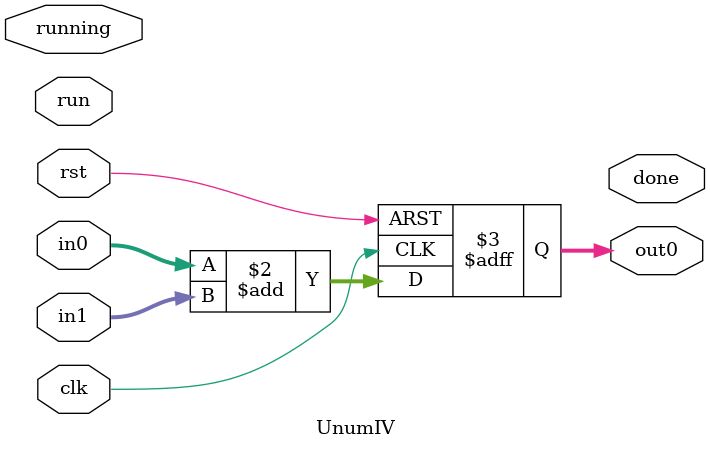
<source format=v>
`timescale 1ns / 1ps

module UnumIV #(
         parameter DELAY_W = 32,
         parameter DATA_W = 32
              )
    (
    //control
    input               clk,
    input               rst,
    
    input               running,
    input               run,
    output              done,

    //input
    input [DATA_W-1:0]  in0,
    input [DATA_W-1:0]  in1,

    (* versat_latency = 1 *) output reg [DATA_W-1:0] out0 // Need to tell versat how many cycles the unit takes to produce data
    );

always @(posedge clk,posedge rst)
begin
   if(rst) begin
      out0 <= 0;      
   end else begin
      out0 <= in0 + in1;
   end
end

endmodule

</source>
